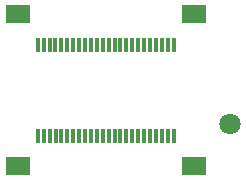
<source format=gbp>
G04*
G04 #@! TF.GenerationSoftware,Altium Limited,Altium Designer,19.1.7 (138)*
G04*
G04 Layer_Color=128*
%FSLAX25Y25*%
%MOIN*%
G70*
G01*
G75*
%ADD17R,0.01181X0.05118*%
%ADD18R,0.07874X0.06299*%
%ADD19C,0.07087*%
D17*
X71843Y53934D02*
D03*
X69874D02*
D03*
X67906D02*
D03*
X65937D02*
D03*
X63969D02*
D03*
X62000D02*
D03*
X60032D02*
D03*
X58063D02*
D03*
X56095D02*
D03*
X54126D02*
D03*
X52158D02*
D03*
X50189D02*
D03*
X48221D02*
D03*
X46252D02*
D03*
X44284D02*
D03*
X42315D02*
D03*
X40347D02*
D03*
X38378D02*
D03*
X36410D02*
D03*
X34441D02*
D03*
X32473D02*
D03*
X30504D02*
D03*
X28536D02*
D03*
X26567D02*
D03*
X26574Y23622D02*
D03*
X28543D02*
D03*
X30511D02*
D03*
X32480D02*
D03*
X34448D02*
D03*
X36417D02*
D03*
X38385D02*
D03*
X40354D02*
D03*
X42322D02*
D03*
X44291D02*
D03*
X46259D02*
D03*
X48228D02*
D03*
X50196D02*
D03*
X52165D02*
D03*
X54133D02*
D03*
X56102D02*
D03*
X58070D02*
D03*
X60039D02*
D03*
X62007D02*
D03*
X63976D02*
D03*
X65944D02*
D03*
X67913D02*
D03*
X69881D02*
D03*
X71850D02*
D03*
D18*
X19882Y64177D02*
D03*
X78544D02*
D03*
X78535Y13380D02*
D03*
X19873D02*
D03*
D19*
X90551Y27559D02*
D03*
M02*

</source>
